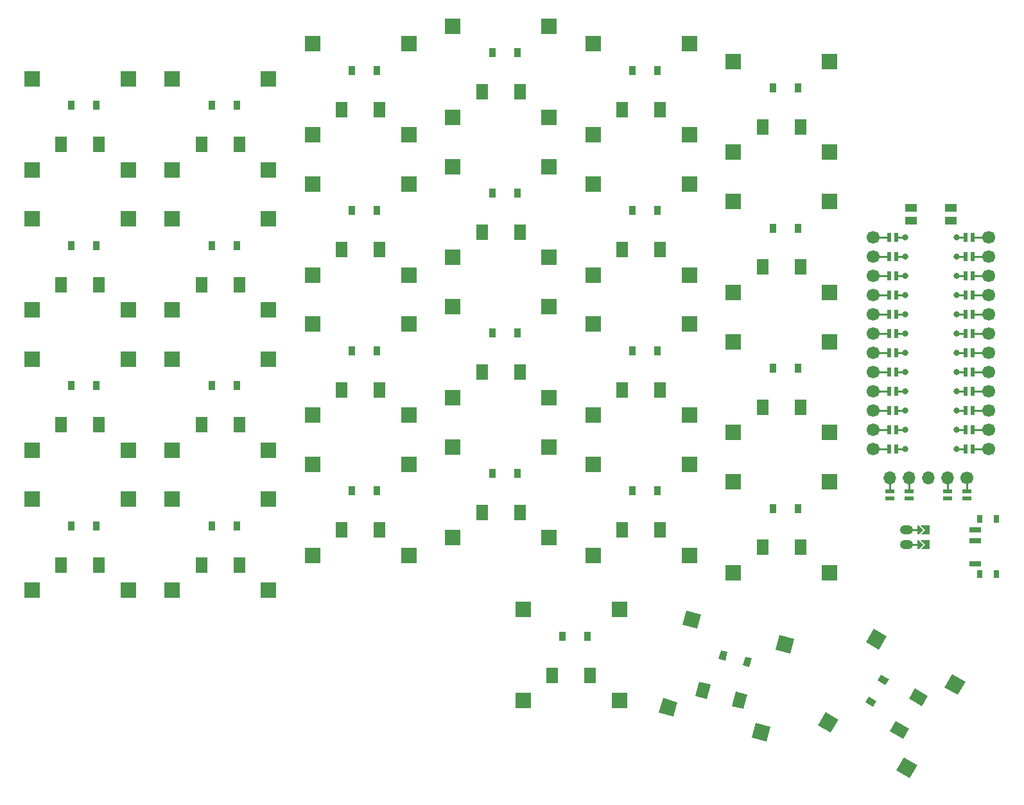
<source format=gtl>
G04 #@! TF.GenerationSoftware,KiCad,Pcbnew,8.0.8+1*
G04 #@! TF.CreationDate,2025-03-02T13:34:42+00:00*
G04 #@! TF.ProjectId,zeph_wireless,7a657068-5f77-4697-9265-6c6573732e6b,0.2*
G04 #@! TF.SameCoordinates,Original*
G04 #@! TF.FileFunction,Copper,L1,Top*
G04 #@! TF.FilePolarity,Positive*
%FSLAX46Y46*%
G04 Gerber Fmt 4.6, Leading zero omitted, Abs format (unit mm)*
G04 Created by KiCad (PCBNEW 8.0.8+1) date 2025-03-02 13:34:42*
%MOMM*%
%LPD*%
G01*
G04 APERTURE LIST*
G04 #@! TA.AperFunction,SMDPad,CuDef*
%ADD10R,1.550000X2.000000*%
G04 #@! TD*
G04 #@! TA.AperFunction,SMDPad,CuDef*
%ADD11R,2.000000X2.000000*%
G04 #@! TD*
G04 #@! TA.AperFunction,SMDPad,CuDef*
%ADD12R,0.900000X1.200000*%
G04 #@! TD*
G04 #@! TA.AperFunction,ComponentPad*
%ADD13C,1.700000*%
G04 #@! TD*
G04 #@! TA.AperFunction,ComponentPad*
%ADD14C,0.800000*%
G04 #@! TD*
G04 #@! TA.AperFunction,SMDPad,CuDef*
%ADD15R,0.600000X1.200000*%
G04 #@! TD*
G04 #@! TA.AperFunction,SMDPad,CuDef*
%ADD16R,1.200000X0.600000*%
G04 #@! TD*
G04 #@! TA.AperFunction,ComponentPad*
%ADD17O,1.700000X1.700000*%
G04 #@! TD*
G04 #@! TA.AperFunction,SMDPad,CuDef*
%ADD18R,0.800000X1.000000*%
G04 #@! TD*
G04 #@! TA.AperFunction,SMDPad,CuDef*
%ADD19R,1.500000X0.700000*%
G04 #@! TD*
G04 #@! TA.AperFunction,SMDPad,CuDef*
%ADD20R,1.550000X1.000000*%
G04 #@! TD*
G04 #@! TA.AperFunction,ComponentPad*
%ADD21O,1.750000X1.200000*%
G04 #@! TD*
G04 #@! TA.AperFunction,Conductor*
%ADD22C,0.250000*%
G04 #@! TD*
G04 APERTURE END LIST*
D10*
X97500000Y-102650000D03*
X102500000Y-102650000D03*
D11*
X93650000Y-94000000D03*
X93650000Y-106000000D03*
X106350000Y-94000000D03*
X106350000Y-106000000D03*
D10*
X97500000Y-84150000D03*
X102500000Y-84150000D03*
D11*
X93650000Y-75500000D03*
X93650000Y-87500000D03*
X106350000Y-75500000D03*
X106350000Y-87500000D03*
D10*
X97500000Y-65650000D03*
X102500000Y-65650000D03*
D11*
X93650000Y-57000000D03*
X93650000Y-69000000D03*
X106350000Y-57000000D03*
X106350000Y-69000000D03*
D10*
X97500000Y-47150000D03*
X102500000Y-47150000D03*
D11*
X93650000Y-38500000D03*
X93650000Y-50500000D03*
X106350000Y-38500000D03*
X106350000Y-50500000D03*
D10*
X116000000Y-102650000D03*
X121000000Y-102650000D03*
D11*
X112150000Y-94000000D03*
X112150000Y-106000000D03*
X124850000Y-94000000D03*
X124850000Y-106000000D03*
D10*
X116000000Y-84150000D03*
X121000000Y-84150000D03*
D11*
X112150000Y-75500000D03*
X112150000Y-87500000D03*
X124850000Y-75500000D03*
X124850000Y-87500000D03*
D10*
X116000000Y-65650000D03*
X121000000Y-65650000D03*
D11*
X112150000Y-57000000D03*
X112150000Y-69000000D03*
X124850000Y-57000000D03*
X124850000Y-69000000D03*
D10*
X116000000Y-47150000D03*
X121000000Y-47150000D03*
D11*
X112150000Y-38500000D03*
X112150000Y-50500000D03*
X124850000Y-38500000D03*
X124850000Y-50500000D03*
D10*
X134500000Y-98025000D03*
X139500000Y-98025000D03*
D11*
X130650000Y-89375000D03*
X130650000Y-101375000D03*
X143350000Y-89375000D03*
X143350000Y-101375000D03*
D10*
X134500000Y-79525000D03*
X139500000Y-79525000D03*
D11*
X130650000Y-70875000D03*
X130650000Y-82875000D03*
X143350000Y-70875000D03*
X143350000Y-82875000D03*
D10*
X134500000Y-61025000D03*
X139500000Y-61025000D03*
D11*
X130650000Y-52375000D03*
X130650000Y-64375000D03*
X143350000Y-52375000D03*
X143350000Y-64375000D03*
D10*
X134500000Y-42525000D03*
X139500000Y-42525000D03*
D11*
X130650000Y-33875000D03*
X130650000Y-45875000D03*
X143350000Y-33875000D03*
X143350000Y-45875000D03*
D10*
X153000000Y-95712500D03*
X158000000Y-95712500D03*
D11*
X149150000Y-87062500D03*
X149150000Y-99062500D03*
X161850000Y-87062500D03*
X161850000Y-99062500D03*
D10*
X153000000Y-77212500D03*
X158000000Y-77212500D03*
D11*
X149150000Y-68562500D03*
X149150000Y-80562500D03*
X161850000Y-68562500D03*
X161850000Y-80562500D03*
D10*
X153000000Y-58712500D03*
X158000000Y-58712500D03*
D11*
X149150000Y-50062500D03*
X149150000Y-62062500D03*
X161850000Y-50062500D03*
X161850000Y-62062500D03*
D10*
X153000000Y-40212500D03*
X158000000Y-40212500D03*
D11*
X149150000Y-31562500D03*
X149150000Y-43562500D03*
X161850000Y-31562500D03*
X161850000Y-43562500D03*
D10*
X171500000Y-98025000D03*
X176500000Y-98025000D03*
D11*
X167650000Y-89375000D03*
X167650000Y-101375000D03*
X180350000Y-89375000D03*
X180350000Y-101375000D03*
D10*
X171500000Y-79525000D03*
X176500000Y-79525000D03*
D11*
X167650000Y-70875000D03*
X167650000Y-82875000D03*
X180350000Y-70875000D03*
X180350000Y-82875000D03*
D10*
X171500000Y-61025000D03*
X176500000Y-61025000D03*
D11*
X167650000Y-52375000D03*
X167650000Y-64375000D03*
X180350000Y-52375000D03*
X180350000Y-64375000D03*
D10*
X171500000Y-42525000D03*
X176500000Y-42525000D03*
D11*
X167650000Y-33875000D03*
X167650000Y-45875000D03*
X180350000Y-33875000D03*
X180350000Y-45875000D03*
D10*
X190000000Y-100337500D03*
X195000000Y-100337500D03*
D11*
X186150000Y-91687500D03*
X186150000Y-103687500D03*
X198850000Y-91687500D03*
X198850000Y-103687500D03*
D10*
X190000000Y-81837500D03*
X195000000Y-81837500D03*
D11*
X186150000Y-73187500D03*
X186150000Y-85187500D03*
X198850000Y-73187500D03*
X198850000Y-85187500D03*
D10*
X190000000Y-63337500D03*
X195000000Y-63337500D03*
D11*
X186150000Y-54687500D03*
X186150000Y-66687500D03*
X198850000Y-54687500D03*
X198850000Y-66687500D03*
D10*
X190000000Y-44837500D03*
X195000000Y-44837500D03*
D11*
X186150000Y-36187500D03*
X186150000Y-48187500D03*
X198850000Y-36187500D03*
X198850000Y-48187500D03*
D10*
X162250000Y-117212500D03*
X167250000Y-117212500D03*
D11*
X158400000Y-108562500D03*
X158400000Y-120562500D03*
X171100000Y-108562500D03*
X171100000Y-120562500D03*
G04 #@! TA.AperFunction,SMDPad,CuDef*
G36*
X181141903Y-119990497D02*
G01*
X181659542Y-118058645D01*
X183156727Y-118459815D01*
X182639088Y-120391667D01*
X181141903Y-119990497D01*
G37*
G04 #@! TD.AperFunction*
G04 #@! TA.AperFunction,SMDPad,CuDef*
G36*
X185971532Y-121284592D02*
G01*
X186489171Y-119352740D01*
X187986356Y-119753910D01*
X187468717Y-121685762D01*
X185971532Y-121284592D01*
G37*
G04 #@! TD.AperFunction*
G04 #@! TA.AperFunction,SMDPad,CuDef*
G36*
X179444540Y-110580551D02*
G01*
X179962178Y-108648699D01*
X181894030Y-109166337D01*
X181376392Y-111098189D01*
X179444540Y-110580551D01*
G37*
G04 #@! TD.AperFunction*
G04 #@! TA.AperFunction,SMDPad,CuDef*
G36*
X176338712Y-122171661D02*
G01*
X176856350Y-120239809D01*
X178788202Y-120757447D01*
X178270564Y-122689299D01*
X176338712Y-122171661D01*
G37*
G04 #@! TD.AperFunction*
G04 #@! TA.AperFunction,SMDPad,CuDef*
G36*
X191711798Y-113867553D02*
G01*
X192229436Y-111935701D01*
X194161288Y-112453339D01*
X193643650Y-114385191D01*
X191711798Y-113867553D01*
G37*
G04 #@! TD.AperFunction*
G04 #@! TA.AperFunction,SMDPad,CuDef*
G36*
X188605970Y-125458663D02*
G01*
X189123608Y-123526811D01*
X191055460Y-124044449D01*
X190537822Y-125976301D01*
X188605970Y-125458663D01*
G37*
G04 #@! TD.AperFunction*
G04 #@! TA.AperFunction,SMDPad,CuDef*
G36*
X208537335Y-125608482D02*
G01*
X206805285Y-124608482D01*
X207580285Y-123266142D01*
X209312335Y-124266142D01*
X208537335Y-125608482D01*
G37*
G04 #@! TD.AperFunction*
G04 #@! TA.AperFunction,SMDPad,CuDef*
G36*
X211037335Y-121278354D02*
G01*
X209305285Y-120278354D01*
X210080285Y-118936014D01*
X211812335Y-119936014D01*
X211037335Y-121278354D01*
G37*
G04 #@! TD.AperFunction*
G04 #@! TA.AperFunction,SMDPad,CuDef*
G36*
X199008716Y-124812534D02*
G01*
X197276666Y-123812534D01*
X198276666Y-122080484D01*
X200008716Y-123080484D01*
X199008716Y-124812534D01*
G37*
G04 #@! TD.AperFunction*
G04 #@! TA.AperFunction,SMDPad,CuDef*
G36*
X209401020Y-130812534D02*
G01*
X207668970Y-129812534D01*
X208668970Y-128080484D01*
X210401020Y-129080484D01*
X209401020Y-130812534D01*
G37*
G04 #@! TD.AperFunction*
G04 #@! TA.AperFunction,SMDPad,CuDef*
G36*
X205358716Y-113814012D02*
G01*
X203626666Y-112814012D01*
X204626666Y-111081962D01*
X206358716Y-112081962D01*
X205358716Y-113814012D01*
G37*
G04 #@! TD.AperFunction*
G04 #@! TA.AperFunction,SMDPad,CuDef*
G36*
X215751020Y-119814012D02*
G01*
X214018970Y-118814012D01*
X215018970Y-117081962D01*
X216751020Y-118081962D01*
X215751020Y-119814012D01*
G37*
G04 #@! TD.AperFunction*
D12*
X98850000Y-97500000D03*
X102150000Y-97500000D03*
X98850000Y-79000000D03*
X102150000Y-79000000D03*
X98850000Y-60500000D03*
X102150000Y-60500000D03*
X98850000Y-42000000D03*
X102150000Y-42000000D03*
X117350000Y-97500000D03*
X120650000Y-97500000D03*
X117350000Y-79000000D03*
X120650000Y-79000000D03*
X117350000Y-60500000D03*
X120650000Y-60500000D03*
X117350000Y-42000000D03*
X120650000Y-42000000D03*
X135850000Y-92875000D03*
X139150000Y-92875000D03*
X135850000Y-74375000D03*
X139150000Y-74375000D03*
X135850000Y-55875000D03*
X139150000Y-55875000D03*
X135850000Y-37375000D03*
X139150000Y-37375000D03*
X154350000Y-90562500D03*
X157650000Y-90562500D03*
X154350000Y-72062500D03*
X157650000Y-72062500D03*
X154350000Y-53562500D03*
X157650000Y-53562500D03*
X154350000Y-35062500D03*
X157650000Y-35062500D03*
X172850000Y-92875000D03*
X176150000Y-92875000D03*
X172850000Y-74375000D03*
X176150000Y-74375000D03*
X172850000Y-55875000D03*
X176150000Y-55875000D03*
X172850000Y-37375000D03*
X176150000Y-37375000D03*
X191350000Y-95187500D03*
X194650000Y-95187500D03*
X191350000Y-76687500D03*
X194650000Y-76687500D03*
X191350000Y-58187500D03*
X194650000Y-58187500D03*
X191350000Y-39687500D03*
X194650000Y-39687500D03*
X163600000Y-112062500D03*
X166900000Y-112062500D03*
G04 #@! TA.AperFunction,SMDPad,CuDef*
G36*
X184196275Y-115063131D02*
G01*
X184506858Y-113904020D01*
X185376191Y-114136957D01*
X185065608Y-115296068D01*
X184196275Y-115063131D01*
G37*
G04 #@! TD.AperFunction*
G04 #@! TA.AperFunction,SMDPad,CuDef*
G36*
X187383831Y-115917233D02*
G01*
X187694414Y-114758122D01*
X188563747Y-114991059D01*
X188253164Y-116150170D01*
X187383831Y-115917233D01*
G37*
G04 #@! TD.AperFunction*
G04 #@! TA.AperFunction,SMDPad,CuDef*
G36*
X204568394Y-121382888D02*
G01*
X203529164Y-120782888D01*
X203979164Y-120003466D01*
X205018394Y-120603466D01*
X204568394Y-121382888D01*
G37*
G04 #@! TD.AperFunction*
G04 #@! TA.AperFunction,SMDPad,CuDef*
G36*
X206218394Y-118525004D02*
G01*
X205179164Y-117925004D01*
X205629164Y-117145582D01*
X206668394Y-117745582D01*
X206218394Y-118525004D01*
G37*
G04 #@! TD.AperFunction*
D13*
X204584000Y-59420000D03*
X219824000Y-59420000D03*
D14*
X208804000Y-59420000D03*
X215604000Y-59420000D03*
D15*
X206724000Y-59420000D03*
X207624000Y-59420000D03*
X216784000Y-59420000D03*
X217684000Y-59420000D03*
D13*
X204584000Y-61960000D03*
X219824000Y-61960000D03*
D14*
X208804000Y-61960000D03*
X215604000Y-61960000D03*
D15*
X206724000Y-61960000D03*
X207624000Y-61960000D03*
X216784000Y-61960000D03*
X217684000Y-61960000D03*
D13*
X204584000Y-64500000D03*
X219824000Y-64500000D03*
D14*
X208804000Y-64500000D03*
X215604000Y-64500000D03*
D15*
X206724000Y-64500000D03*
X207624000Y-64500000D03*
X216784000Y-64500000D03*
X217684000Y-64500000D03*
D13*
X204584000Y-67040000D03*
X219824000Y-67040000D03*
D14*
X208804000Y-67040000D03*
X215604000Y-67040000D03*
D15*
X206724000Y-67040000D03*
X207624000Y-67040000D03*
X216784000Y-67040000D03*
X217684000Y-67040000D03*
D13*
X204584000Y-69580000D03*
X219824000Y-69580000D03*
D14*
X208804000Y-69580000D03*
X215604000Y-69580000D03*
D15*
X206724000Y-69580000D03*
X207624000Y-69580000D03*
X216784000Y-69580000D03*
X217684000Y-69580000D03*
D13*
X204584000Y-72120000D03*
X219824000Y-72120000D03*
D14*
X208804000Y-72120000D03*
X215604000Y-72120000D03*
D15*
X206724000Y-72120000D03*
X207624000Y-72120000D03*
X216784000Y-72120000D03*
X217684000Y-72120000D03*
D13*
X204584000Y-74660000D03*
X219824000Y-74660000D03*
D14*
X208804000Y-74660000D03*
X215604000Y-74660000D03*
D15*
X206724000Y-74660000D03*
X207624000Y-74660000D03*
X216784000Y-74660000D03*
X217684000Y-74660000D03*
D13*
X204584000Y-77200000D03*
X219824000Y-77200000D03*
D14*
X208804000Y-77200000D03*
X215604000Y-77200000D03*
D15*
X206724000Y-77200000D03*
X207624000Y-77200000D03*
X216784000Y-77200000D03*
X217684000Y-77200000D03*
D13*
X204584000Y-79740000D03*
X219824000Y-79740000D03*
D14*
X208804000Y-79740000D03*
X215604000Y-79740000D03*
D15*
X206724000Y-79740000D03*
X207624000Y-79740000D03*
X216784000Y-79740000D03*
X217684000Y-79740000D03*
D13*
X204584000Y-82280000D03*
X219824000Y-82280000D03*
D14*
X208804000Y-82280000D03*
X215604000Y-82280000D03*
D15*
X206724000Y-82280000D03*
X207624000Y-82280000D03*
X216784000Y-82280000D03*
X217684000Y-82280000D03*
D13*
X204584000Y-84820000D03*
X219824000Y-84820000D03*
D14*
X208804000Y-84820000D03*
X215604000Y-84820000D03*
D15*
X206724000Y-84820000D03*
X207624000Y-84820000D03*
X216784000Y-84820000D03*
X217684000Y-84820000D03*
D13*
X204584000Y-87360000D03*
X219824000Y-87360000D03*
D14*
X208804000Y-87360000D03*
X215604000Y-87360000D03*
D15*
X206724000Y-87360000D03*
X207624000Y-87360000D03*
X216784000Y-87360000D03*
X217684000Y-87360000D03*
D16*
X206817000Y-92950000D03*
X209357000Y-92950000D03*
X214437000Y-92950000D03*
X216977000Y-92950000D03*
X206817000Y-93850000D03*
X209357000Y-93850000D03*
X214437000Y-93850000D03*
X216977000Y-93850000D03*
D17*
X206817000Y-91200000D03*
X209357000Y-91200000D03*
X211897000Y-91200000D03*
X214437000Y-91200000D03*
D13*
X216977000Y-91200000D03*
D18*
X220875000Y-96600000D03*
X218665000Y-96600000D03*
X218665000Y-103900000D03*
X220875000Y-103900000D03*
D19*
X218015000Y-102500000D03*
X218015000Y-99500000D03*
X218015000Y-98000000D03*
D20*
X214829000Y-55497500D03*
X214829000Y-57197500D03*
X209579000Y-55497500D03*
X209579000Y-57197500D03*
D21*
X209000000Y-100000000D03*
X209000000Y-98000000D03*
G04 #@! TA.AperFunction,SMDPad,CuDef*
G36*
X210600000Y-100600000D02*
G01*
X210400000Y-100600000D01*
X210400000Y-99400000D01*
X210600000Y-99400000D01*
X211200000Y-100000000D01*
X210600000Y-100600000D01*
G37*
G04 #@! TD.AperFunction*
G04 #@! TA.AperFunction,SMDPad,CuDef*
G36*
X210600000Y-98600000D02*
G01*
X210400000Y-98600000D01*
X210400000Y-97400000D01*
X210600000Y-97400000D01*
X211200000Y-98000000D01*
X210600000Y-98600000D01*
G37*
G04 #@! TD.AperFunction*
G04 #@! TA.AperFunction,SMDPad,CuDef*
G36*
X210816000Y-100600000D02*
G01*
X211416000Y-100000000D01*
X210816000Y-99400000D01*
X212066000Y-99400000D01*
X212066000Y-100600000D01*
X210816000Y-100600000D01*
G37*
G04 #@! TD.AperFunction*
G04 #@! TA.AperFunction,SMDPad,CuDef*
G36*
X210816000Y-98600000D02*
G01*
X211416000Y-98000000D01*
X210816000Y-97400000D01*
X212066000Y-97400000D01*
X212066000Y-98600000D01*
X210816000Y-98600000D01*
G37*
G04 #@! TD.AperFunction*
D22*
X216784000Y-59420000D02*
X215604000Y-59420000D01*
X207624000Y-59420000D02*
X208804000Y-59420000D01*
X204584000Y-59420000D02*
X206704000Y-59420000D01*
X217704000Y-59420000D02*
X219824000Y-59420000D01*
X216784000Y-61960000D02*
X215604000Y-61960000D01*
X207624000Y-61960000D02*
X208804000Y-61960000D01*
X204584000Y-61960000D02*
X206704000Y-61960000D01*
X217704000Y-61960000D02*
X219824000Y-61960000D01*
X216784000Y-64500000D02*
X215604000Y-64500000D01*
X207624000Y-64500000D02*
X208804000Y-64500000D01*
X204584000Y-64500000D02*
X206704000Y-64500000D01*
X217704000Y-64500000D02*
X219824000Y-64500000D01*
X216784000Y-67040000D02*
X215604000Y-67040000D01*
X207624000Y-67040000D02*
X208804000Y-67040000D01*
X204584000Y-67040000D02*
X206704000Y-67040000D01*
X217704000Y-67040000D02*
X219824000Y-67040000D01*
X216784000Y-69580000D02*
X215604000Y-69580000D01*
X207624000Y-69580000D02*
X208804000Y-69580000D01*
X204584000Y-69580000D02*
X206704000Y-69580000D01*
X217704000Y-69580000D02*
X219824000Y-69580000D01*
X216784000Y-72120000D02*
X215604000Y-72120000D01*
X207624000Y-72120000D02*
X208804000Y-72120000D01*
X204584000Y-72120000D02*
X206704000Y-72120000D01*
X217704000Y-72120000D02*
X219824000Y-72120000D01*
X216784000Y-74660000D02*
X215604000Y-74660000D01*
X207624000Y-74660000D02*
X208804000Y-74660000D01*
X204584000Y-74660000D02*
X206704000Y-74660000D01*
X217704000Y-74660000D02*
X219824000Y-74660000D01*
X216784000Y-77200000D02*
X215604000Y-77200000D01*
X207624000Y-77200000D02*
X208804000Y-77200000D01*
X204584000Y-77200000D02*
X206704000Y-77200000D01*
X217704000Y-77200000D02*
X219824000Y-77200000D01*
X216784000Y-79740000D02*
X215604000Y-79740000D01*
X207624000Y-79740000D02*
X208804000Y-79740000D01*
X204584000Y-79740000D02*
X206704000Y-79740000D01*
X217704000Y-79740000D02*
X219824000Y-79740000D01*
X216784000Y-82280000D02*
X215604000Y-82280000D01*
X207624000Y-82280000D02*
X208804000Y-82280000D01*
X204584000Y-82280000D02*
X206704000Y-82280000D01*
X217704000Y-82280000D02*
X219824000Y-82280000D01*
X216784000Y-84820000D02*
X215604000Y-84820000D01*
X207624000Y-84820000D02*
X208804000Y-84820000D01*
X204584000Y-84820000D02*
X206704000Y-84820000D01*
X217704000Y-84820000D02*
X219824000Y-84820000D01*
X216784000Y-87360000D02*
X215604000Y-87360000D01*
X207624000Y-87360000D02*
X208804000Y-87360000D01*
X204584000Y-87360000D02*
X206704000Y-87360000D01*
X217704000Y-87360000D02*
X219824000Y-87360000D01*
X206817000Y-91200000D02*
X206817000Y-92950000D01*
X209357000Y-91200000D02*
X209357000Y-92950000D01*
X214437000Y-91200000D02*
X214437000Y-92950000D01*
X216977000Y-91200000D02*
X216977000Y-92950000D01*
X210800000Y-100000000D02*
X209000000Y-100000000D01*
X210800000Y-98000000D02*
X209000000Y-98000000D01*
M02*

</source>
